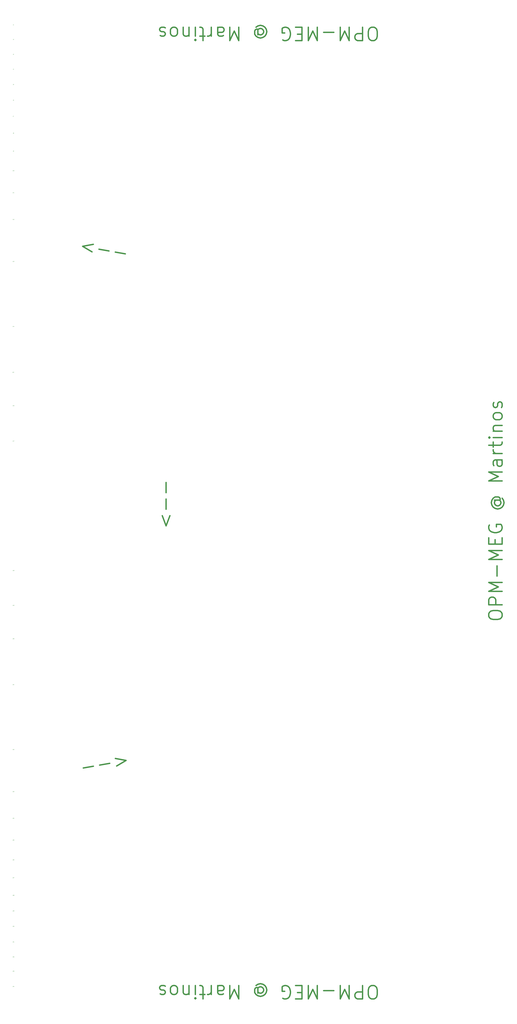
<source format=gbr>
%TF.GenerationSoftware,KiCad,Pcbnew,7.0.1-3b83917a11~172~ubuntu22.04.1*%
%TF.CreationDate,2023-12-10T16:36:06-05:00*%
%TF.ProjectId,coil_template_first,636f696c-5f74-4656-9d70-6c6174655f66,rev?*%
%TF.SameCoordinates,Original*%
%TF.FileFunction,Legend,Top*%
%TF.FilePolarity,Positive*%
%FSLAX46Y46*%
G04 Gerber Fmt 4.6, Leading zero omitted, Abs format (unit mm)*
G04 Created by KiCad (PCBNEW 7.0.1-3b83917a11~172~ubuntu22.04.1) date 2023-12-10 16:36:06*
%MOMM*%
%LPD*%
G01*
G04 APERTURE LIST*
%ADD10C,2.000000*%
%ADD11C,0.150000*%
G04 APERTURE END LIST*
D10*
X541428571Y-52447619D02*
X537619047Y-52447619D01*
X537619047Y-52447619D02*
X535714285Y-51495238D01*
X535714285Y-51495238D02*
X533809523Y-49590476D01*
X533809523Y-49590476D02*
X532857142Y-45780952D01*
X532857142Y-45780952D02*
X532857142Y-39114285D01*
X532857142Y-39114285D02*
X533809523Y-35304761D01*
X533809523Y-35304761D02*
X535714285Y-33400000D01*
X535714285Y-33400000D02*
X537619047Y-32447619D01*
X537619047Y-32447619D02*
X541428571Y-32447619D01*
X541428571Y-32447619D02*
X543333333Y-33400000D01*
X543333333Y-33400000D02*
X545238095Y-35304761D01*
X545238095Y-35304761D02*
X546190476Y-39114285D01*
X546190476Y-39114285D02*
X546190476Y-45780952D01*
X546190476Y-45780952D02*
X545238095Y-49590476D01*
X545238095Y-49590476D02*
X543333333Y-51495238D01*
X543333333Y-51495238D02*
X541428571Y-52447619D01*
X524285714Y-32447619D02*
X524285714Y-52447619D01*
X524285714Y-52447619D02*
X516666666Y-52447619D01*
X516666666Y-52447619D02*
X514761904Y-51495238D01*
X514761904Y-51495238D02*
X513809523Y-50542857D01*
X513809523Y-50542857D02*
X512857142Y-48638095D01*
X512857142Y-48638095D02*
X512857142Y-45780952D01*
X512857142Y-45780952D02*
X513809523Y-43876190D01*
X513809523Y-43876190D02*
X514761904Y-42923809D01*
X514761904Y-42923809D02*
X516666666Y-41971428D01*
X516666666Y-41971428D02*
X524285714Y-41971428D01*
X504285714Y-32447619D02*
X504285714Y-52447619D01*
X504285714Y-52447619D02*
X497619047Y-38161904D01*
X497619047Y-38161904D02*
X490952380Y-52447619D01*
X490952380Y-52447619D02*
X490952380Y-32447619D01*
X481428571Y-40066666D02*
X466190476Y-40066666D01*
X456666666Y-32447619D02*
X456666666Y-52447619D01*
X456666666Y-52447619D02*
X449999999Y-38161904D01*
X449999999Y-38161904D02*
X443333332Y-52447619D01*
X443333332Y-52447619D02*
X443333332Y-32447619D01*
X433809523Y-42923809D02*
X427142856Y-42923809D01*
X424285713Y-32447619D02*
X433809523Y-32447619D01*
X433809523Y-32447619D02*
X433809523Y-52447619D01*
X433809523Y-52447619D02*
X424285713Y-52447619D01*
X405238094Y-51495238D02*
X407142856Y-52447619D01*
X407142856Y-52447619D02*
X409999999Y-52447619D01*
X409999999Y-52447619D02*
X412857142Y-51495238D01*
X412857142Y-51495238D02*
X414761904Y-49590476D01*
X414761904Y-49590476D02*
X415714285Y-47685714D01*
X415714285Y-47685714D02*
X416666666Y-43876190D01*
X416666666Y-43876190D02*
X416666666Y-41019047D01*
X416666666Y-41019047D02*
X415714285Y-37209523D01*
X415714285Y-37209523D02*
X414761904Y-35304761D01*
X414761904Y-35304761D02*
X412857142Y-33400000D01*
X412857142Y-33400000D02*
X409999999Y-32447619D01*
X409999999Y-32447619D02*
X408095237Y-32447619D01*
X408095237Y-32447619D02*
X405238094Y-33400000D01*
X405238094Y-33400000D02*
X404285713Y-34352380D01*
X404285713Y-34352380D02*
X404285713Y-41019047D01*
X404285713Y-41019047D02*
X408095237Y-41019047D01*
X368095237Y-41971428D02*
X369047618Y-42923809D01*
X369047618Y-42923809D02*
X370952380Y-43876190D01*
X370952380Y-43876190D02*
X372857142Y-43876190D01*
X372857142Y-43876190D02*
X374761904Y-42923809D01*
X374761904Y-42923809D02*
X375714285Y-41971428D01*
X375714285Y-41971428D02*
X376666666Y-40066666D01*
X376666666Y-40066666D02*
X376666666Y-38161904D01*
X376666666Y-38161904D02*
X375714285Y-36257142D01*
X375714285Y-36257142D02*
X374761904Y-35304761D01*
X374761904Y-35304761D02*
X372857142Y-34352380D01*
X372857142Y-34352380D02*
X370952380Y-34352380D01*
X370952380Y-34352380D02*
X369047618Y-35304761D01*
X369047618Y-35304761D02*
X368095237Y-36257142D01*
X368095237Y-43876190D02*
X368095237Y-36257142D01*
X368095237Y-36257142D02*
X367142856Y-35304761D01*
X367142856Y-35304761D02*
X366190475Y-35304761D01*
X366190475Y-35304761D02*
X364285714Y-36257142D01*
X364285714Y-36257142D02*
X363333333Y-38161904D01*
X363333333Y-38161904D02*
X363333333Y-42923809D01*
X363333333Y-42923809D02*
X365238095Y-45780952D01*
X365238095Y-45780952D02*
X368095237Y-47685714D01*
X368095237Y-47685714D02*
X371904761Y-48638095D01*
X371904761Y-48638095D02*
X375714285Y-47685714D01*
X375714285Y-47685714D02*
X378571428Y-45780952D01*
X378571428Y-45780952D02*
X380476190Y-42923809D01*
X380476190Y-42923809D02*
X381428571Y-39114285D01*
X381428571Y-39114285D02*
X380476190Y-35304761D01*
X380476190Y-35304761D02*
X378571428Y-32447619D01*
X378571428Y-32447619D02*
X375714285Y-30542857D01*
X375714285Y-30542857D02*
X371904761Y-29590476D01*
X371904761Y-29590476D02*
X368095237Y-30542857D01*
X368095237Y-30542857D02*
X365238095Y-32447619D01*
X339523809Y-32447619D02*
X339523809Y-52447619D01*
X339523809Y-52447619D02*
X332857142Y-38161904D01*
X332857142Y-38161904D02*
X326190475Y-52447619D01*
X326190475Y-52447619D02*
X326190475Y-32447619D01*
X308095237Y-32447619D02*
X308095237Y-42923809D01*
X308095237Y-42923809D02*
X309047618Y-44828571D01*
X309047618Y-44828571D02*
X310952380Y-45780952D01*
X310952380Y-45780952D02*
X314761904Y-45780952D01*
X314761904Y-45780952D02*
X316666666Y-44828571D01*
X308095237Y-33400000D02*
X309999999Y-32447619D01*
X309999999Y-32447619D02*
X314761904Y-32447619D01*
X314761904Y-32447619D02*
X316666666Y-33400000D01*
X316666666Y-33400000D02*
X317619047Y-35304761D01*
X317619047Y-35304761D02*
X317619047Y-37209523D01*
X317619047Y-37209523D02*
X316666666Y-39114285D01*
X316666666Y-39114285D02*
X314761904Y-40066666D01*
X314761904Y-40066666D02*
X309999999Y-40066666D01*
X309999999Y-40066666D02*
X308095237Y-41019047D01*
X298571428Y-32447619D02*
X298571428Y-45780952D01*
X298571428Y-41971428D02*
X297619047Y-43876190D01*
X297619047Y-43876190D02*
X296666666Y-44828571D01*
X296666666Y-44828571D02*
X294761904Y-45780952D01*
X294761904Y-45780952D02*
X292857142Y-45780952D01*
X289047619Y-45780952D02*
X281428571Y-45780952D01*
X286190476Y-52447619D02*
X286190476Y-35304761D01*
X286190476Y-35304761D02*
X285238095Y-33400000D01*
X285238095Y-33400000D02*
X283333333Y-32447619D01*
X283333333Y-32447619D02*
X281428571Y-32447619D01*
X274761905Y-32447619D02*
X274761905Y-45780952D01*
X274761905Y-52447619D02*
X275714286Y-51495238D01*
X275714286Y-51495238D02*
X274761905Y-50542857D01*
X274761905Y-50542857D02*
X273809524Y-51495238D01*
X273809524Y-51495238D02*
X274761905Y-52447619D01*
X274761905Y-52447619D02*
X274761905Y-50542857D01*
X265238095Y-45780952D02*
X265238095Y-32447619D01*
X265238095Y-43876190D02*
X264285714Y-44828571D01*
X264285714Y-44828571D02*
X262380952Y-45780952D01*
X262380952Y-45780952D02*
X259523809Y-45780952D01*
X259523809Y-45780952D02*
X257619047Y-44828571D01*
X257619047Y-44828571D02*
X256666666Y-42923809D01*
X256666666Y-42923809D02*
X256666666Y-32447619D01*
X244285714Y-32447619D02*
X246190476Y-33400000D01*
X246190476Y-33400000D02*
X247142857Y-34352380D01*
X247142857Y-34352380D02*
X248095238Y-36257142D01*
X248095238Y-36257142D02*
X248095238Y-41971428D01*
X248095238Y-41971428D02*
X247142857Y-43876190D01*
X247142857Y-43876190D02*
X246190476Y-44828571D01*
X246190476Y-44828571D02*
X244285714Y-45780952D01*
X244285714Y-45780952D02*
X241428571Y-45780952D01*
X241428571Y-45780952D02*
X239523809Y-44828571D01*
X239523809Y-44828571D02*
X238571428Y-43876190D01*
X238571428Y-43876190D02*
X237619047Y-41971428D01*
X237619047Y-41971428D02*
X237619047Y-36257142D01*
X237619047Y-36257142D02*
X238571428Y-34352380D01*
X238571428Y-34352380D02*
X239523809Y-33400000D01*
X239523809Y-33400000D02*
X241428571Y-32447619D01*
X241428571Y-32447619D02*
X244285714Y-32447619D01*
X230000000Y-33400000D02*
X228095238Y-32447619D01*
X228095238Y-32447619D02*
X224285714Y-32447619D01*
X224285714Y-32447619D02*
X222380952Y-33400000D01*
X222380952Y-33400000D02*
X221428571Y-35304761D01*
X221428571Y-35304761D02*
X221428571Y-36257142D01*
X221428571Y-36257142D02*
X222380952Y-38161904D01*
X222380952Y-38161904D02*
X224285714Y-39114285D01*
X224285714Y-39114285D02*
X227142857Y-39114285D01*
X227142857Y-39114285D02*
X229047619Y-40066666D01*
X229047619Y-40066666D02*
X230000000Y-41971428D01*
X230000000Y-41971428D02*
X230000000Y-42923809D01*
X230000000Y-42923809D02*
X229047619Y-44828571D01*
X229047619Y-44828571D02*
X227142857Y-45780952D01*
X227142857Y-45780952D02*
X224285714Y-45780952D01*
X224285714Y-45780952D02*
X222380952Y-44828571D01*
X170305272Y-370642448D02*
X155298678Y-367996380D01*
X145919556Y-366342588D02*
X130912962Y-363696521D01*
X120541565Y-367670201D02*
X106527246Y-359396661D01*
X106527246Y-359396661D02*
X122526116Y-356415256D01*
X231094749Y-711742004D02*
X231094749Y-726980100D01*
X231094749Y-736503909D02*
X231094749Y-751742005D01*
X236809035Y-761265814D02*
X231094749Y-776503910D01*
X231094749Y-776503910D02*
X225380463Y-761265814D01*
X107562798Y-1137826087D02*
X122569392Y-1135180020D01*
X131948514Y-1133526227D02*
X146955108Y-1130880160D01*
X155341955Y-1123598895D02*
X171340824Y-1126580300D01*
X171340824Y-1126580300D02*
X157326505Y-1134853841D01*
X712552380Y-911428571D02*
X712552380Y-907619047D01*
X712552380Y-907619047D02*
X713504761Y-905714285D01*
X713504761Y-905714285D02*
X715409523Y-903809523D01*
X715409523Y-903809523D02*
X719219047Y-902857142D01*
X719219047Y-902857142D02*
X725885714Y-902857142D01*
X725885714Y-902857142D02*
X729695238Y-903809523D01*
X729695238Y-903809523D02*
X731600000Y-905714285D01*
X731600000Y-905714285D02*
X732552380Y-907619047D01*
X732552380Y-907619047D02*
X732552380Y-911428571D01*
X732552380Y-911428571D02*
X731600000Y-913333333D01*
X731600000Y-913333333D02*
X729695238Y-915238095D01*
X729695238Y-915238095D02*
X725885714Y-916190476D01*
X725885714Y-916190476D02*
X719219047Y-916190476D01*
X719219047Y-916190476D02*
X715409523Y-915238095D01*
X715409523Y-915238095D02*
X713504761Y-913333333D01*
X713504761Y-913333333D02*
X712552380Y-911428571D01*
X732552380Y-894285714D02*
X712552380Y-894285714D01*
X712552380Y-894285714D02*
X712552380Y-886666666D01*
X712552380Y-886666666D02*
X713504761Y-884761904D01*
X713504761Y-884761904D02*
X714457142Y-883809523D01*
X714457142Y-883809523D02*
X716361904Y-882857142D01*
X716361904Y-882857142D02*
X719219047Y-882857142D01*
X719219047Y-882857142D02*
X721123809Y-883809523D01*
X721123809Y-883809523D02*
X722076190Y-884761904D01*
X722076190Y-884761904D02*
X723028571Y-886666666D01*
X723028571Y-886666666D02*
X723028571Y-894285714D01*
X732552380Y-874285714D02*
X712552380Y-874285714D01*
X712552380Y-874285714D02*
X726838095Y-867619047D01*
X726838095Y-867619047D02*
X712552380Y-860952380D01*
X712552380Y-860952380D02*
X732552380Y-860952380D01*
X724933333Y-851428571D02*
X724933333Y-836190476D01*
X732552380Y-826666666D02*
X712552380Y-826666666D01*
X712552380Y-826666666D02*
X726838095Y-819999999D01*
X726838095Y-819999999D02*
X712552380Y-813333332D01*
X712552380Y-813333332D02*
X732552380Y-813333332D01*
X722076190Y-803809523D02*
X722076190Y-797142856D01*
X732552380Y-794285713D02*
X732552380Y-803809523D01*
X732552380Y-803809523D02*
X712552380Y-803809523D01*
X712552380Y-803809523D02*
X712552380Y-794285713D01*
X713504761Y-775238094D02*
X712552380Y-777142856D01*
X712552380Y-777142856D02*
X712552380Y-779999999D01*
X712552380Y-779999999D02*
X713504761Y-782857142D01*
X713504761Y-782857142D02*
X715409523Y-784761904D01*
X715409523Y-784761904D02*
X717314285Y-785714285D01*
X717314285Y-785714285D02*
X721123809Y-786666666D01*
X721123809Y-786666666D02*
X723980952Y-786666666D01*
X723980952Y-786666666D02*
X727790476Y-785714285D01*
X727790476Y-785714285D02*
X729695238Y-784761904D01*
X729695238Y-784761904D02*
X731600000Y-782857142D01*
X731600000Y-782857142D02*
X732552380Y-779999999D01*
X732552380Y-779999999D02*
X732552380Y-778095237D01*
X732552380Y-778095237D02*
X731600000Y-775238094D01*
X731600000Y-775238094D02*
X730647619Y-774285713D01*
X730647619Y-774285713D02*
X723980952Y-774285713D01*
X723980952Y-774285713D02*
X723980952Y-778095237D01*
X723028571Y-738095237D02*
X722076190Y-739047618D01*
X722076190Y-739047618D02*
X721123809Y-740952380D01*
X721123809Y-740952380D02*
X721123809Y-742857142D01*
X721123809Y-742857142D02*
X722076190Y-744761904D01*
X722076190Y-744761904D02*
X723028571Y-745714285D01*
X723028571Y-745714285D02*
X724933333Y-746666666D01*
X724933333Y-746666666D02*
X726838095Y-746666666D01*
X726838095Y-746666666D02*
X728742857Y-745714285D01*
X728742857Y-745714285D02*
X729695238Y-744761904D01*
X729695238Y-744761904D02*
X730647619Y-742857142D01*
X730647619Y-742857142D02*
X730647619Y-740952380D01*
X730647619Y-740952380D02*
X729695238Y-739047618D01*
X729695238Y-739047618D02*
X728742857Y-738095237D01*
X721123809Y-738095237D02*
X728742857Y-738095237D01*
X728742857Y-738095237D02*
X729695238Y-737142856D01*
X729695238Y-737142856D02*
X729695238Y-736190475D01*
X729695238Y-736190475D02*
X728742857Y-734285714D01*
X728742857Y-734285714D02*
X726838095Y-733333333D01*
X726838095Y-733333333D02*
X722076190Y-733333333D01*
X722076190Y-733333333D02*
X719219047Y-735238095D01*
X719219047Y-735238095D02*
X717314285Y-738095237D01*
X717314285Y-738095237D02*
X716361904Y-741904761D01*
X716361904Y-741904761D02*
X717314285Y-745714285D01*
X717314285Y-745714285D02*
X719219047Y-748571428D01*
X719219047Y-748571428D02*
X722076190Y-750476190D01*
X722076190Y-750476190D02*
X725885714Y-751428571D01*
X725885714Y-751428571D02*
X729695238Y-750476190D01*
X729695238Y-750476190D02*
X732552380Y-748571428D01*
X732552380Y-748571428D02*
X734457142Y-745714285D01*
X734457142Y-745714285D02*
X735409523Y-741904761D01*
X735409523Y-741904761D02*
X734457142Y-738095237D01*
X734457142Y-738095237D02*
X732552380Y-735238095D01*
X732552380Y-709523809D02*
X712552380Y-709523809D01*
X712552380Y-709523809D02*
X726838095Y-702857142D01*
X726838095Y-702857142D02*
X712552380Y-696190475D01*
X712552380Y-696190475D02*
X732552380Y-696190475D01*
X732552380Y-678095237D02*
X722076190Y-678095237D01*
X722076190Y-678095237D02*
X720171428Y-679047618D01*
X720171428Y-679047618D02*
X719219047Y-680952380D01*
X719219047Y-680952380D02*
X719219047Y-684761904D01*
X719219047Y-684761904D02*
X720171428Y-686666666D01*
X731600000Y-678095237D02*
X732552380Y-679999999D01*
X732552380Y-679999999D02*
X732552380Y-684761904D01*
X732552380Y-684761904D02*
X731600000Y-686666666D01*
X731600000Y-686666666D02*
X729695238Y-687619047D01*
X729695238Y-687619047D02*
X727790476Y-687619047D01*
X727790476Y-687619047D02*
X725885714Y-686666666D01*
X725885714Y-686666666D02*
X724933333Y-684761904D01*
X724933333Y-684761904D02*
X724933333Y-679999999D01*
X724933333Y-679999999D02*
X723980952Y-678095237D01*
X732552380Y-668571428D02*
X719219047Y-668571428D01*
X723028571Y-668571428D02*
X721123809Y-667619047D01*
X721123809Y-667619047D02*
X720171428Y-666666666D01*
X720171428Y-666666666D02*
X719219047Y-664761904D01*
X719219047Y-664761904D02*
X719219047Y-662857142D01*
X719219047Y-659047619D02*
X719219047Y-651428571D01*
X712552380Y-656190476D02*
X729695238Y-656190476D01*
X729695238Y-656190476D02*
X731600000Y-655238095D01*
X731600000Y-655238095D02*
X732552380Y-653333333D01*
X732552380Y-653333333D02*
X732552380Y-651428571D01*
X732552380Y-644761905D02*
X719219047Y-644761905D01*
X712552380Y-644761905D02*
X713504761Y-645714286D01*
X713504761Y-645714286D02*
X714457142Y-644761905D01*
X714457142Y-644761905D02*
X713504761Y-643809524D01*
X713504761Y-643809524D02*
X712552380Y-644761905D01*
X712552380Y-644761905D02*
X714457142Y-644761905D01*
X719219047Y-635238095D02*
X732552380Y-635238095D01*
X721123809Y-635238095D02*
X720171428Y-634285714D01*
X720171428Y-634285714D02*
X719219047Y-632380952D01*
X719219047Y-632380952D02*
X719219047Y-629523809D01*
X719219047Y-629523809D02*
X720171428Y-627619047D01*
X720171428Y-627619047D02*
X722076190Y-626666666D01*
X722076190Y-626666666D02*
X732552380Y-626666666D01*
X732552380Y-614285714D02*
X731600000Y-616190476D01*
X731600000Y-616190476D02*
X730647619Y-617142857D01*
X730647619Y-617142857D02*
X728742857Y-618095238D01*
X728742857Y-618095238D02*
X723028571Y-618095238D01*
X723028571Y-618095238D02*
X721123809Y-617142857D01*
X721123809Y-617142857D02*
X720171428Y-616190476D01*
X720171428Y-616190476D02*
X719219047Y-614285714D01*
X719219047Y-614285714D02*
X719219047Y-611428571D01*
X719219047Y-611428571D02*
X720171428Y-609523809D01*
X720171428Y-609523809D02*
X721123809Y-608571428D01*
X721123809Y-608571428D02*
X723028571Y-607619047D01*
X723028571Y-607619047D02*
X728742857Y-607619047D01*
X728742857Y-607619047D02*
X730647619Y-608571428D01*
X730647619Y-608571428D02*
X731600000Y-609523809D01*
X731600000Y-609523809D02*
X732552380Y-611428571D01*
X732552380Y-611428571D02*
X732552380Y-614285714D01*
X731600000Y-600000000D02*
X732552380Y-598095238D01*
X732552380Y-598095238D02*
X732552380Y-594285714D01*
X732552380Y-594285714D02*
X731600000Y-592380952D01*
X731600000Y-592380952D02*
X729695238Y-591428571D01*
X729695238Y-591428571D02*
X728742857Y-591428571D01*
X728742857Y-591428571D02*
X726838095Y-592380952D01*
X726838095Y-592380952D02*
X725885714Y-594285714D01*
X725885714Y-594285714D02*
X725885714Y-597142857D01*
X725885714Y-597142857D02*
X724933333Y-599047619D01*
X724933333Y-599047619D02*
X723028571Y-600000000D01*
X723028571Y-600000000D02*
X722076190Y-600000000D01*
X722076190Y-600000000D02*
X720171428Y-599047619D01*
X720171428Y-599047619D02*
X719219047Y-597142857D01*
X719219047Y-597142857D02*
X719219047Y-594285714D01*
X719219047Y-594285714D02*
X720171428Y-592380952D01*
X541428571Y-1482447619D02*
X537619047Y-1482447619D01*
X537619047Y-1482447619D02*
X535714285Y-1481495238D01*
X535714285Y-1481495238D02*
X533809523Y-1479590476D01*
X533809523Y-1479590476D02*
X532857142Y-1475780952D01*
X532857142Y-1475780952D02*
X532857142Y-1469114285D01*
X532857142Y-1469114285D02*
X533809523Y-1465304761D01*
X533809523Y-1465304761D02*
X535714285Y-1463400000D01*
X535714285Y-1463400000D02*
X537619047Y-1462447619D01*
X537619047Y-1462447619D02*
X541428571Y-1462447619D01*
X541428571Y-1462447619D02*
X543333333Y-1463400000D01*
X543333333Y-1463400000D02*
X545238095Y-1465304761D01*
X545238095Y-1465304761D02*
X546190476Y-1469114285D01*
X546190476Y-1469114285D02*
X546190476Y-1475780952D01*
X546190476Y-1475780952D02*
X545238095Y-1479590476D01*
X545238095Y-1479590476D02*
X543333333Y-1481495238D01*
X543333333Y-1481495238D02*
X541428571Y-1482447619D01*
X524285714Y-1462447619D02*
X524285714Y-1482447619D01*
X524285714Y-1482447619D02*
X516666666Y-1482447619D01*
X516666666Y-1482447619D02*
X514761904Y-1481495238D01*
X514761904Y-1481495238D02*
X513809523Y-1480542857D01*
X513809523Y-1480542857D02*
X512857142Y-1478638095D01*
X512857142Y-1478638095D02*
X512857142Y-1475780952D01*
X512857142Y-1475780952D02*
X513809523Y-1473876190D01*
X513809523Y-1473876190D02*
X514761904Y-1472923809D01*
X514761904Y-1472923809D02*
X516666666Y-1471971428D01*
X516666666Y-1471971428D02*
X524285714Y-1471971428D01*
X504285714Y-1462447619D02*
X504285714Y-1482447619D01*
X504285714Y-1482447619D02*
X497619047Y-1468161904D01*
X497619047Y-1468161904D02*
X490952380Y-1482447619D01*
X490952380Y-1482447619D02*
X490952380Y-1462447619D01*
X481428571Y-1470066666D02*
X466190476Y-1470066666D01*
X456666666Y-1462447619D02*
X456666666Y-1482447619D01*
X456666666Y-1482447619D02*
X449999999Y-1468161904D01*
X449999999Y-1468161904D02*
X443333332Y-1482447619D01*
X443333332Y-1482447619D02*
X443333332Y-1462447619D01*
X433809523Y-1472923809D02*
X427142856Y-1472923809D01*
X424285713Y-1462447619D02*
X433809523Y-1462447619D01*
X433809523Y-1462447619D02*
X433809523Y-1482447619D01*
X433809523Y-1482447619D02*
X424285713Y-1482447619D01*
X405238094Y-1481495238D02*
X407142856Y-1482447619D01*
X407142856Y-1482447619D02*
X409999999Y-1482447619D01*
X409999999Y-1482447619D02*
X412857142Y-1481495238D01*
X412857142Y-1481495238D02*
X414761904Y-1479590476D01*
X414761904Y-1479590476D02*
X415714285Y-1477685714D01*
X415714285Y-1477685714D02*
X416666666Y-1473876190D01*
X416666666Y-1473876190D02*
X416666666Y-1471019047D01*
X416666666Y-1471019047D02*
X415714285Y-1467209523D01*
X415714285Y-1467209523D02*
X414761904Y-1465304761D01*
X414761904Y-1465304761D02*
X412857142Y-1463400000D01*
X412857142Y-1463400000D02*
X409999999Y-1462447619D01*
X409999999Y-1462447619D02*
X408095237Y-1462447619D01*
X408095237Y-1462447619D02*
X405238094Y-1463400000D01*
X405238094Y-1463400000D02*
X404285713Y-1464352380D01*
X404285713Y-1464352380D02*
X404285713Y-1471019047D01*
X404285713Y-1471019047D02*
X408095237Y-1471019047D01*
X368095237Y-1471971428D02*
X369047618Y-1472923809D01*
X369047618Y-1472923809D02*
X370952380Y-1473876190D01*
X370952380Y-1473876190D02*
X372857142Y-1473876190D01*
X372857142Y-1473876190D02*
X374761904Y-1472923809D01*
X374761904Y-1472923809D02*
X375714285Y-1471971428D01*
X375714285Y-1471971428D02*
X376666666Y-1470066666D01*
X376666666Y-1470066666D02*
X376666666Y-1468161904D01*
X376666666Y-1468161904D02*
X375714285Y-1466257142D01*
X375714285Y-1466257142D02*
X374761904Y-1465304761D01*
X374761904Y-1465304761D02*
X372857142Y-1464352380D01*
X372857142Y-1464352380D02*
X370952380Y-1464352380D01*
X370952380Y-1464352380D02*
X369047618Y-1465304761D01*
X369047618Y-1465304761D02*
X368095237Y-1466257142D01*
X368095237Y-1473876190D02*
X368095237Y-1466257142D01*
X368095237Y-1466257142D02*
X367142856Y-1465304761D01*
X367142856Y-1465304761D02*
X366190475Y-1465304761D01*
X366190475Y-1465304761D02*
X364285714Y-1466257142D01*
X364285714Y-1466257142D02*
X363333333Y-1468161904D01*
X363333333Y-1468161904D02*
X363333333Y-1472923809D01*
X363333333Y-1472923809D02*
X365238095Y-1475780952D01*
X365238095Y-1475780952D02*
X368095237Y-1477685714D01*
X368095237Y-1477685714D02*
X371904761Y-1478638095D01*
X371904761Y-1478638095D02*
X375714285Y-1477685714D01*
X375714285Y-1477685714D02*
X378571428Y-1475780952D01*
X378571428Y-1475780952D02*
X380476190Y-1472923809D01*
X380476190Y-1472923809D02*
X381428571Y-1469114285D01*
X381428571Y-1469114285D02*
X380476190Y-1465304761D01*
X380476190Y-1465304761D02*
X378571428Y-1462447619D01*
X378571428Y-1462447619D02*
X375714285Y-1460542857D01*
X375714285Y-1460542857D02*
X371904761Y-1459590476D01*
X371904761Y-1459590476D02*
X368095237Y-1460542857D01*
X368095237Y-1460542857D02*
X365238095Y-1462447619D01*
X339523809Y-1462447619D02*
X339523809Y-1482447619D01*
X339523809Y-1482447619D02*
X332857142Y-1468161904D01*
X332857142Y-1468161904D02*
X326190475Y-1482447619D01*
X326190475Y-1482447619D02*
X326190475Y-1462447619D01*
X308095237Y-1462447619D02*
X308095237Y-1472923809D01*
X308095237Y-1472923809D02*
X309047618Y-1474828571D01*
X309047618Y-1474828571D02*
X310952380Y-1475780952D01*
X310952380Y-1475780952D02*
X314761904Y-1475780952D01*
X314761904Y-1475780952D02*
X316666666Y-1474828571D01*
X308095237Y-1463400000D02*
X309999999Y-1462447619D01*
X309999999Y-1462447619D02*
X314761904Y-1462447619D01*
X314761904Y-1462447619D02*
X316666666Y-1463400000D01*
X316666666Y-1463400000D02*
X317619047Y-1465304761D01*
X317619047Y-1465304761D02*
X317619047Y-1467209523D01*
X317619047Y-1467209523D02*
X316666666Y-1469114285D01*
X316666666Y-1469114285D02*
X314761904Y-1470066666D01*
X314761904Y-1470066666D02*
X309999999Y-1470066666D01*
X309999999Y-1470066666D02*
X308095237Y-1471019047D01*
X298571428Y-1462447619D02*
X298571428Y-1475780952D01*
X298571428Y-1471971428D02*
X297619047Y-1473876190D01*
X297619047Y-1473876190D02*
X296666666Y-1474828571D01*
X296666666Y-1474828571D02*
X294761904Y-1475780952D01*
X294761904Y-1475780952D02*
X292857142Y-1475780952D01*
X289047619Y-1475780952D02*
X281428571Y-1475780952D01*
X286190476Y-1482447619D02*
X286190476Y-1465304761D01*
X286190476Y-1465304761D02*
X285238095Y-1463400000D01*
X285238095Y-1463400000D02*
X283333333Y-1462447619D01*
X283333333Y-1462447619D02*
X281428571Y-1462447619D01*
X274761905Y-1462447619D02*
X274761905Y-1475780952D01*
X274761905Y-1482447619D02*
X275714286Y-1481495238D01*
X275714286Y-1481495238D02*
X274761905Y-1480542857D01*
X274761905Y-1480542857D02*
X273809524Y-1481495238D01*
X273809524Y-1481495238D02*
X274761905Y-1482447619D01*
X274761905Y-1482447619D02*
X274761905Y-1480542857D01*
X265238095Y-1475780952D02*
X265238095Y-1462447619D01*
X265238095Y-1473876190D02*
X264285714Y-1474828571D01*
X264285714Y-1474828571D02*
X262380952Y-1475780952D01*
X262380952Y-1475780952D02*
X259523809Y-1475780952D01*
X259523809Y-1475780952D02*
X257619047Y-1474828571D01*
X257619047Y-1474828571D02*
X256666666Y-1472923809D01*
X256666666Y-1472923809D02*
X256666666Y-1462447619D01*
X244285714Y-1462447619D02*
X246190476Y-1463400000D01*
X246190476Y-1463400000D02*
X247142857Y-1464352380D01*
X247142857Y-1464352380D02*
X248095238Y-1466257142D01*
X248095238Y-1466257142D02*
X248095238Y-1471971428D01*
X248095238Y-1471971428D02*
X247142857Y-1473876190D01*
X247142857Y-1473876190D02*
X246190476Y-1474828571D01*
X246190476Y-1474828571D02*
X244285714Y-1475780952D01*
X244285714Y-1475780952D02*
X241428571Y-1475780952D01*
X241428571Y-1475780952D02*
X239523809Y-1474828571D01*
X239523809Y-1474828571D02*
X238571428Y-1473876190D01*
X238571428Y-1473876190D02*
X237619047Y-1471971428D01*
X237619047Y-1471971428D02*
X237619047Y-1466257142D01*
X237619047Y-1466257142D02*
X238571428Y-1464352380D01*
X238571428Y-1464352380D02*
X239523809Y-1463400000D01*
X239523809Y-1463400000D02*
X241428571Y-1462447619D01*
X241428571Y-1462447619D02*
X244285714Y-1462447619D01*
X230000000Y-1463400000D02*
X228095238Y-1462447619D01*
X228095238Y-1462447619D02*
X224285714Y-1462447619D01*
X224285714Y-1462447619D02*
X222380952Y-1463400000D01*
X222380952Y-1463400000D02*
X221428571Y-1465304761D01*
X221428571Y-1465304761D02*
X221428571Y-1466257142D01*
X221428571Y-1466257142D02*
X222380952Y-1468161904D01*
X222380952Y-1468161904D02*
X224285714Y-1469114285D01*
X224285714Y-1469114285D02*
X227142857Y-1469114285D01*
X227142857Y-1469114285D02*
X229047619Y-1470066666D01*
X229047619Y-1470066666D02*
X230000000Y-1471971428D01*
X230000000Y-1471971428D02*
X230000000Y-1472923809D01*
X230000000Y-1472923809D02*
X229047619Y-1474828571D01*
X229047619Y-1474828571D02*
X227142857Y-1475780952D01*
X227142857Y-1475780952D02*
X224285714Y-1475780952D01*
X224285714Y-1475780952D02*
X222380952Y-1474828571D01*
D11*
%TO.C,J22*%
X2440476Y-1109745804D02*
X2440476Y-1110460089D01*
X2440476Y-1110460089D02*
X2392857Y-1110602946D01*
X2392857Y-1110602946D02*
X2297619Y-1110698185D01*
X2297619Y-1110698185D02*
X2154762Y-1110745804D01*
X2154762Y-1110745804D02*
X2059524Y-1110745804D01*
X2869048Y-1109841042D02*
X2916667Y-1109793423D01*
X2916667Y-1109793423D02*
X3011905Y-1109745804D01*
X3011905Y-1109745804D02*
X3250000Y-1109745804D01*
X3250000Y-1109745804D02*
X3345238Y-1109793423D01*
X3345238Y-1109793423D02*
X3392857Y-1109841042D01*
X3392857Y-1109841042D02*
X3440476Y-1109936280D01*
X3440476Y-1109936280D02*
X3440476Y-1110031518D01*
X3440476Y-1110031518D02*
X3392857Y-1110174375D01*
X3392857Y-1110174375D02*
X2821429Y-1110745804D01*
X2821429Y-1110745804D02*
X3440476Y-1110745804D01*
X3821429Y-1109841042D02*
X3869048Y-1109793423D01*
X3869048Y-1109793423D02*
X3964286Y-1109745804D01*
X3964286Y-1109745804D02*
X4202381Y-1109745804D01*
X4202381Y-1109745804D02*
X4297619Y-1109793423D01*
X4297619Y-1109793423D02*
X4345238Y-1109841042D01*
X4345238Y-1109841042D02*
X4392857Y-1109936280D01*
X4392857Y-1109936280D02*
X4392857Y-1110031518D01*
X4392857Y-1110031518D02*
X4345238Y-1110174375D01*
X4345238Y-1110174375D02*
X3773810Y-1110745804D01*
X3773810Y-1110745804D02*
X4392857Y-1110745804D01*
%TO.C,J34*%
X2440476Y-1463324815D02*
X2440476Y-1464039100D01*
X2440476Y-1464039100D02*
X2392857Y-1464181957D01*
X2392857Y-1464181957D02*
X2297619Y-1464277196D01*
X2297619Y-1464277196D02*
X2154762Y-1464324815D01*
X2154762Y-1464324815D02*
X2059524Y-1464324815D01*
X2821429Y-1463324815D02*
X3440476Y-1463324815D01*
X3440476Y-1463324815D02*
X3107143Y-1463705767D01*
X3107143Y-1463705767D02*
X3250000Y-1463705767D01*
X3250000Y-1463705767D02*
X3345238Y-1463753386D01*
X3345238Y-1463753386D02*
X3392857Y-1463801005D01*
X3392857Y-1463801005D02*
X3440476Y-1463896243D01*
X3440476Y-1463896243D02*
X3440476Y-1464134338D01*
X3440476Y-1464134338D02*
X3392857Y-1464229576D01*
X3392857Y-1464229576D02*
X3345238Y-1464277196D01*
X3345238Y-1464277196D02*
X3250000Y-1464324815D01*
X3250000Y-1464324815D02*
X2964286Y-1464324815D01*
X2964286Y-1464324815D02*
X2869048Y-1464277196D01*
X2869048Y-1464277196D02*
X2821429Y-1464229576D01*
X4297619Y-1463658148D02*
X4297619Y-1464324815D01*
X4059524Y-1463277196D02*
X3821429Y-1463991481D01*
X3821429Y-1463991481D02*
X4440476Y-1463991481D01*
%TO.C,J11*%
X2440476Y-278841042D02*
X2440476Y-279555327D01*
X2440476Y-279555327D02*
X2392857Y-279698184D01*
X2392857Y-279698184D02*
X2297619Y-279793423D01*
X2297619Y-279793423D02*
X2154762Y-279841042D01*
X2154762Y-279841042D02*
X2059524Y-279841042D01*
X3440476Y-279841042D02*
X2869048Y-279841042D01*
X3154762Y-279841042D02*
X3154762Y-278841042D01*
X3154762Y-278841042D02*
X3059524Y-278983899D01*
X3059524Y-278983899D02*
X2964286Y-279079137D01*
X2964286Y-279079137D02*
X2869048Y-279126756D01*
X4392857Y-279841042D02*
X3821429Y-279841042D01*
X4107143Y-279841042D02*
X4107143Y-278841042D01*
X4107143Y-278841042D02*
X4011905Y-278983899D01*
X4011905Y-278983899D02*
X3916667Y-279079137D01*
X3916667Y-279079137D02*
X3821429Y-279126756D01*
%TO.C,J1*%
X2916666Y-28325652D02*
X2916666Y-29039937D01*
X2916666Y-29039937D02*
X2869047Y-29182794D01*
X2869047Y-29182794D02*
X2773809Y-29278033D01*
X2773809Y-29278033D02*
X2630952Y-29325652D01*
X2630952Y-29325652D02*
X2535714Y-29325652D01*
X3916666Y-29325652D02*
X3345238Y-29325652D01*
X3630952Y-29325652D02*
X3630952Y-28325652D01*
X3630952Y-28325652D02*
X3535714Y-28468509D01*
X3535714Y-28468509D02*
X3440476Y-28563747D01*
X3440476Y-28563747D02*
X3345238Y-28611366D01*
%TO.C,J31*%
X2440476Y-1396861193D02*
X2440476Y-1397575478D01*
X2440476Y-1397575478D02*
X2392857Y-1397718335D01*
X2392857Y-1397718335D02*
X2297619Y-1397813574D01*
X2297619Y-1397813574D02*
X2154762Y-1397861193D01*
X2154762Y-1397861193D02*
X2059524Y-1397861193D01*
X2821429Y-1396861193D02*
X3440476Y-1396861193D01*
X3440476Y-1396861193D02*
X3107143Y-1397242145D01*
X3107143Y-1397242145D02*
X3250000Y-1397242145D01*
X3250000Y-1397242145D02*
X3345238Y-1397289764D01*
X3345238Y-1397289764D02*
X3392857Y-1397337383D01*
X3392857Y-1397337383D02*
X3440476Y-1397432621D01*
X3440476Y-1397432621D02*
X3440476Y-1397670716D01*
X3440476Y-1397670716D02*
X3392857Y-1397765954D01*
X3392857Y-1397765954D02*
X3345238Y-1397813574D01*
X3345238Y-1397813574D02*
X3250000Y-1397861193D01*
X3250000Y-1397861193D02*
X2964286Y-1397861193D01*
X2964286Y-1397861193D02*
X2869048Y-1397813574D01*
X2869048Y-1397813574D02*
X2821429Y-1397765954D01*
X4392857Y-1397861193D02*
X3821429Y-1397861193D01*
X4107143Y-1397861193D02*
X4107143Y-1396861193D01*
X4107143Y-1396861193D02*
X4011905Y-1397004050D01*
X4011905Y-1397004050D02*
X3916667Y-1397099288D01*
X3916667Y-1397099288D02*
X3821429Y-1397146907D01*
%TO.C,J7*%
X2660737Y-164896666D02*
X2660737Y-165610951D01*
X2660737Y-165610951D02*
X2613118Y-165753808D01*
X2613118Y-165753808D02*
X2517880Y-165849047D01*
X2517880Y-165849047D02*
X2375023Y-165896666D01*
X2375023Y-165896666D02*
X2279785Y-165896666D01*
X3041690Y-164896666D02*
X3708356Y-164896666D01*
X3708356Y-164896666D02*
X3279785Y-165896666D01*
%TO.C,J23*%
X2440476Y-1172531058D02*
X2440476Y-1173245343D01*
X2440476Y-1173245343D02*
X2392857Y-1173388200D01*
X2392857Y-1173388200D02*
X2297619Y-1173483439D01*
X2297619Y-1173483439D02*
X2154762Y-1173531058D01*
X2154762Y-1173531058D02*
X2059524Y-1173531058D01*
X2869048Y-1172626296D02*
X2916667Y-1172578677D01*
X2916667Y-1172578677D02*
X3011905Y-1172531058D01*
X3011905Y-1172531058D02*
X3250000Y-1172531058D01*
X3250000Y-1172531058D02*
X3345238Y-1172578677D01*
X3345238Y-1172578677D02*
X3392857Y-1172626296D01*
X3392857Y-1172626296D02*
X3440476Y-1172721534D01*
X3440476Y-1172721534D02*
X3440476Y-1172816772D01*
X3440476Y-1172816772D02*
X3392857Y-1172959629D01*
X3392857Y-1172959629D02*
X2821429Y-1173531058D01*
X2821429Y-1173531058D02*
X3440476Y-1173531058D01*
X3773810Y-1172531058D02*
X4392857Y-1172531058D01*
X4392857Y-1172531058D02*
X4059524Y-1172912010D01*
X4059524Y-1172912010D02*
X4202381Y-1172912010D01*
X4202381Y-1172912010D02*
X4297619Y-1172959629D01*
X4297619Y-1172959629D02*
X4345238Y-1173007248D01*
X4345238Y-1173007248D02*
X4392857Y-1173102486D01*
X4392857Y-1173102486D02*
X4392857Y-1173340581D01*
X4392857Y-1173340581D02*
X4345238Y-1173435819D01*
X4345238Y-1173435819D02*
X4297619Y-1173483439D01*
X4297619Y-1173483439D02*
X4202381Y-1173531058D01*
X4202381Y-1173531058D02*
X3916667Y-1173531058D01*
X3916667Y-1173531058D02*
X3821429Y-1173483439D01*
X3821429Y-1173483439D02*
X3773810Y-1173435819D01*
%TO.C,J29*%
X2440476Y-1350579226D02*
X2440476Y-1351293511D01*
X2440476Y-1351293511D02*
X2392857Y-1351436368D01*
X2392857Y-1351436368D02*
X2297619Y-1351531607D01*
X2297619Y-1351531607D02*
X2154762Y-1351579226D01*
X2154762Y-1351579226D02*
X2059524Y-1351579226D01*
X2869048Y-1350674464D02*
X2916667Y-1350626845D01*
X2916667Y-1350626845D02*
X3011905Y-1350579226D01*
X3011905Y-1350579226D02*
X3250000Y-1350579226D01*
X3250000Y-1350579226D02*
X3345238Y-1350626845D01*
X3345238Y-1350626845D02*
X3392857Y-1350674464D01*
X3392857Y-1350674464D02*
X3440476Y-1350769702D01*
X3440476Y-1350769702D02*
X3440476Y-1350864940D01*
X3440476Y-1350864940D02*
X3392857Y-1351007797D01*
X3392857Y-1351007797D02*
X2821429Y-1351579226D01*
X2821429Y-1351579226D02*
X3440476Y-1351579226D01*
X3916667Y-1351579226D02*
X4107143Y-1351579226D01*
X4107143Y-1351579226D02*
X4202381Y-1351531607D01*
X4202381Y-1351531607D02*
X4250000Y-1351483987D01*
X4250000Y-1351483987D02*
X4345238Y-1351341130D01*
X4345238Y-1351341130D02*
X4392857Y-1351150654D01*
X4392857Y-1351150654D02*
X4392857Y-1350769702D01*
X4392857Y-1350769702D02*
X4345238Y-1350674464D01*
X4345238Y-1350674464D02*
X4297619Y-1350626845D01*
X4297619Y-1350626845D02*
X4202381Y-1350579226D01*
X4202381Y-1350579226D02*
X4011905Y-1350579226D01*
X4011905Y-1350579226D02*
X3916667Y-1350626845D01*
X3916667Y-1350626845D02*
X3869048Y-1350674464D01*
X3869048Y-1350674464D02*
X3821429Y-1350769702D01*
X3821429Y-1350769702D02*
X3821429Y-1351007797D01*
X3821429Y-1351007797D02*
X3869048Y-1351103035D01*
X3869048Y-1351103035D02*
X3916667Y-1351150654D01*
X3916667Y-1351150654D02*
X4011905Y-1351198273D01*
X4011905Y-1351198273D02*
X4202381Y-1351198273D01*
X4202381Y-1351198273D02*
X4297619Y-1351150654D01*
X4297619Y-1351150654D02*
X4345238Y-1351103035D01*
X4345238Y-1351103035D02*
X4392857Y-1351007797D01*
%TO.C,J28*%
X2440476Y-1327292701D02*
X2440476Y-1328006986D01*
X2440476Y-1328006986D02*
X2392857Y-1328149843D01*
X2392857Y-1328149843D02*
X2297619Y-1328245082D01*
X2297619Y-1328245082D02*
X2154762Y-1328292701D01*
X2154762Y-1328292701D02*
X2059524Y-1328292701D01*
X2869048Y-1327387939D02*
X2916667Y-1327340320D01*
X2916667Y-1327340320D02*
X3011905Y-1327292701D01*
X3011905Y-1327292701D02*
X3250000Y-1327292701D01*
X3250000Y-1327292701D02*
X3345238Y-1327340320D01*
X3345238Y-1327340320D02*
X3392857Y-1327387939D01*
X3392857Y-1327387939D02*
X3440476Y-1327483177D01*
X3440476Y-1327483177D02*
X3440476Y-1327578415D01*
X3440476Y-1327578415D02*
X3392857Y-1327721272D01*
X3392857Y-1327721272D02*
X2821429Y-1328292701D01*
X2821429Y-1328292701D02*
X3440476Y-1328292701D01*
X4011905Y-1327721272D02*
X3916667Y-1327673653D01*
X3916667Y-1327673653D02*
X3869048Y-1327626034D01*
X3869048Y-1327626034D02*
X3821429Y-1327530796D01*
X3821429Y-1327530796D02*
X3821429Y-1327483177D01*
X3821429Y-1327483177D02*
X3869048Y-1327387939D01*
X3869048Y-1327387939D02*
X3916667Y-1327340320D01*
X3916667Y-1327340320D02*
X4011905Y-1327292701D01*
X4011905Y-1327292701D02*
X4202381Y-1327292701D01*
X4202381Y-1327292701D02*
X4297619Y-1327340320D01*
X4297619Y-1327340320D02*
X4345238Y-1327387939D01*
X4345238Y-1327387939D02*
X4392857Y-1327483177D01*
X4392857Y-1327483177D02*
X4392857Y-1327530796D01*
X4392857Y-1327530796D02*
X4345238Y-1327626034D01*
X4345238Y-1327626034D02*
X4297619Y-1327673653D01*
X4297619Y-1327673653D02*
X4202381Y-1327721272D01*
X4202381Y-1327721272D02*
X4011905Y-1327721272D01*
X4011905Y-1327721272D02*
X3916667Y-1327768891D01*
X3916667Y-1327768891D02*
X3869048Y-1327816510D01*
X3869048Y-1327816510D02*
X3821429Y-1327911748D01*
X3821429Y-1327911748D02*
X3821429Y-1328102224D01*
X3821429Y-1328102224D02*
X3869048Y-1328197462D01*
X3869048Y-1328197462D02*
X3916667Y-1328245082D01*
X3916667Y-1328245082D02*
X4011905Y-1328292701D01*
X4011905Y-1328292701D02*
X4202381Y-1328292701D01*
X4202381Y-1328292701D02*
X4297619Y-1328245082D01*
X4297619Y-1328245082D02*
X4345238Y-1328197462D01*
X4345238Y-1328197462D02*
X4392857Y-1328102224D01*
X4392857Y-1328102224D02*
X4392857Y-1327911748D01*
X4392857Y-1327911748D02*
X4345238Y-1327816510D01*
X4345238Y-1327816510D02*
X4297619Y-1327768891D01*
X4297619Y-1327768891D02*
X4202381Y-1327721272D01*
%TO.C,J14*%
X2440476Y-478461274D02*
X2440476Y-479175559D01*
X2440476Y-479175559D02*
X2392857Y-479318416D01*
X2392857Y-479318416D02*
X2297619Y-479413655D01*
X2297619Y-479413655D02*
X2154762Y-479461274D01*
X2154762Y-479461274D02*
X2059524Y-479461274D01*
X3440476Y-479461274D02*
X2869048Y-479461274D01*
X3154762Y-479461274D02*
X3154762Y-478461274D01*
X3154762Y-478461274D02*
X3059524Y-478604131D01*
X3059524Y-478604131D02*
X2964286Y-478699369D01*
X2964286Y-478699369D02*
X2869048Y-478746988D01*
X4297619Y-478794607D02*
X4297619Y-479461274D01*
X4059524Y-478413655D02*
X3821429Y-479127940D01*
X3821429Y-479127940D02*
X4440476Y-479127940D01*
%TO.C,J17*%
X2440476Y-649453052D02*
X2440476Y-650167337D01*
X2440476Y-650167337D02*
X2392857Y-650310194D01*
X2392857Y-650310194D02*
X2297619Y-650405433D01*
X2297619Y-650405433D02*
X2154762Y-650453052D01*
X2154762Y-650453052D02*
X2059524Y-650453052D01*
X3440476Y-650453052D02*
X2869048Y-650453052D01*
X3154762Y-650453052D02*
X3154762Y-649453052D01*
X3154762Y-649453052D02*
X3059524Y-649595909D01*
X3059524Y-649595909D02*
X2964286Y-649691147D01*
X2964286Y-649691147D02*
X2869048Y-649738766D01*
X3773810Y-649453052D02*
X4440476Y-649453052D01*
X4440476Y-649453052D02*
X4011905Y-650453052D01*
%TO.C,J20*%
X2440476Y-944442575D02*
X2440476Y-945156860D01*
X2440476Y-945156860D02*
X2392857Y-945299717D01*
X2392857Y-945299717D02*
X2297619Y-945394956D01*
X2297619Y-945394956D02*
X2154762Y-945442575D01*
X2154762Y-945442575D02*
X2059524Y-945442575D01*
X2869048Y-944537813D02*
X2916667Y-944490194D01*
X2916667Y-944490194D02*
X3011905Y-944442575D01*
X3011905Y-944442575D02*
X3250000Y-944442575D01*
X3250000Y-944442575D02*
X3345238Y-944490194D01*
X3345238Y-944490194D02*
X3392857Y-944537813D01*
X3392857Y-944537813D02*
X3440476Y-944633051D01*
X3440476Y-944633051D02*
X3440476Y-944728289D01*
X3440476Y-944728289D02*
X3392857Y-944871146D01*
X3392857Y-944871146D02*
X2821429Y-945442575D01*
X2821429Y-945442575D02*
X3440476Y-945442575D01*
X4059524Y-944442575D02*
X4154762Y-944442575D01*
X4154762Y-944442575D02*
X4250000Y-944490194D01*
X4250000Y-944490194D02*
X4297619Y-944537813D01*
X4297619Y-944537813D02*
X4345238Y-944633051D01*
X4345238Y-944633051D02*
X4392857Y-944823527D01*
X4392857Y-944823527D02*
X4392857Y-945061622D01*
X4392857Y-945061622D02*
X4345238Y-945252098D01*
X4345238Y-945252098D02*
X4297619Y-945347336D01*
X4297619Y-945347336D02*
X4250000Y-945394956D01*
X4250000Y-945394956D02*
X4154762Y-945442575D01*
X4154762Y-945442575D02*
X4059524Y-945442575D01*
X4059524Y-945442575D02*
X3964286Y-945394956D01*
X3964286Y-945394956D02*
X3916667Y-945347336D01*
X3916667Y-945347336D02*
X3869048Y-945252098D01*
X3869048Y-945252098D02*
X3821429Y-945061622D01*
X3821429Y-945061622D02*
X3821429Y-944823527D01*
X3821429Y-944823527D02*
X3869048Y-944633051D01*
X3869048Y-944633051D02*
X3916667Y-944537813D01*
X3916667Y-944537813D02*
X3964286Y-944490194D01*
X3964286Y-944490194D02*
X4059524Y-944442575D01*
%TO.C,J9*%
X2916666Y-216841133D02*
X2916666Y-217555418D01*
X2916666Y-217555418D02*
X2869047Y-217698275D01*
X2869047Y-217698275D02*
X2773809Y-217793514D01*
X2773809Y-217793514D02*
X2630952Y-217841133D01*
X2630952Y-217841133D02*
X2535714Y-217841133D01*
X3440476Y-217841133D02*
X3630952Y-217841133D01*
X3630952Y-217841133D02*
X3726190Y-217793514D01*
X3726190Y-217793514D02*
X3773809Y-217745894D01*
X3773809Y-217745894D02*
X3869047Y-217603037D01*
X3869047Y-217603037D02*
X3916666Y-217412561D01*
X3916666Y-217412561D02*
X3916666Y-217031609D01*
X3916666Y-217031609D02*
X3869047Y-216936371D01*
X3869047Y-216936371D02*
X3821428Y-216888752D01*
X3821428Y-216888752D02*
X3726190Y-216841133D01*
X3726190Y-216841133D02*
X3535714Y-216841133D01*
X3535714Y-216841133D02*
X3440476Y-216888752D01*
X3440476Y-216888752D02*
X3392857Y-216936371D01*
X3392857Y-216936371D02*
X3345238Y-217031609D01*
X3345238Y-217031609D02*
X3345238Y-217269704D01*
X3345238Y-217269704D02*
X3392857Y-217364942D01*
X3392857Y-217364942D02*
X3440476Y-217412561D01*
X3440476Y-217412561D02*
X3535714Y-217460180D01*
X3535714Y-217460180D02*
X3726190Y-217460180D01*
X3726190Y-217460180D02*
X3821428Y-217412561D01*
X3821428Y-217412561D02*
X3869047Y-217364942D01*
X3869047Y-217364942D02*
X3916666Y-217269704D01*
%TO.C,J24*%
X2440476Y-1212303969D02*
X2440476Y-1213018254D01*
X2440476Y-1213018254D02*
X2392857Y-1213161111D01*
X2392857Y-1213161111D02*
X2297619Y-1213256350D01*
X2297619Y-1213256350D02*
X2154762Y-1213303969D01*
X2154762Y-1213303969D02*
X2059524Y-1213303969D01*
X2869048Y-1212399207D02*
X2916667Y-1212351588D01*
X2916667Y-1212351588D02*
X3011905Y-1212303969D01*
X3011905Y-1212303969D02*
X3250000Y-1212303969D01*
X3250000Y-1212303969D02*
X3345238Y-1212351588D01*
X3345238Y-1212351588D02*
X3392857Y-1212399207D01*
X3392857Y-1212399207D02*
X3440476Y-1212494445D01*
X3440476Y-1212494445D02*
X3440476Y-1212589683D01*
X3440476Y-1212589683D02*
X3392857Y-1212732540D01*
X3392857Y-1212732540D02*
X2821429Y-1213303969D01*
X2821429Y-1213303969D02*
X3440476Y-1213303969D01*
X4297619Y-1212637302D02*
X4297619Y-1213303969D01*
X4059524Y-1212256350D02*
X3821429Y-1212970635D01*
X3821429Y-1212970635D02*
X4440476Y-1212970635D01*
%TO.C,J3*%
X2853197Y-72460442D02*
X2853197Y-73174727D01*
X2853197Y-73174727D02*
X2805578Y-73317584D01*
X2805578Y-73317584D02*
X2710340Y-73412823D01*
X2710340Y-73412823D02*
X2567483Y-73460442D01*
X2567483Y-73460442D02*
X2472245Y-73460442D01*
X3234150Y-72460442D02*
X3853197Y-72460442D01*
X3853197Y-72460442D02*
X3519864Y-72841394D01*
X3519864Y-72841394D02*
X3662721Y-72841394D01*
X3662721Y-72841394D02*
X3757959Y-72889013D01*
X3757959Y-72889013D02*
X3805578Y-72936632D01*
X3805578Y-72936632D02*
X3853197Y-73031870D01*
X3853197Y-73031870D02*
X3853197Y-73269965D01*
X3853197Y-73269965D02*
X3805578Y-73365203D01*
X3805578Y-73365203D02*
X3757959Y-73412823D01*
X3757959Y-73412823D02*
X3662721Y-73460442D01*
X3662721Y-73460442D02*
X3377007Y-73460442D01*
X3377007Y-73460442D02*
X3281769Y-73412823D01*
X3281769Y-73412823D02*
X3234150Y-73365203D01*
%TO.C,J8*%
X2916666Y-190028028D02*
X2916666Y-190742313D01*
X2916666Y-190742313D02*
X2869047Y-190885170D01*
X2869047Y-190885170D02*
X2773809Y-190980409D01*
X2773809Y-190980409D02*
X2630952Y-191028028D01*
X2630952Y-191028028D02*
X2535714Y-191028028D01*
X3535714Y-190456599D02*
X3440476Y-190408980D01*
X3440476Y-190408980D02*
X3392857Y-190361361D01*
X3392857Y-190361361D02*
X3345238Y-190266123D01*
X3345238Y-190266123D02*
X3345238Y-190218504D01*
X3345238Y-190218504D02*
X3392857Y-190123266D01*
X3392857Y-190123266D02*
X3440476Y-190075647D01*
X3440476Y-190075647D02*
X3535714Y-190028028D01*
X3535714Y-190028028D02*
X3726190Y-190028028D01*
X3726190Y-190028028D02*
X3821428Y-190075647D01*
X3821428Y-190075647D02*
X3869047Y-190123266D01*
X3869047Y-190123266D02*
X3916666Y-190218504D01*
X3916666Y-190218504D02*
X3916666Y-190266123D01*
X3916666Y-190266123D02*
X3869047Y-190361361D01*
X3869047Y-190361361D02*
X3821428Y-190408980D01*
X3821428Y-190408980D02*
X3726190Y-190456599D01*
X3726190Y-190456599D02*
X3535714Y-190456599D01*
X3535714Y-190456599D02*
X3440476Y-190504218D01*
X3440476Y-190504218D02*
X3392857Y-190551837D01*
X3392857Y-190551837D02*
X3345238Y-190647075D01*
X3345238Y-190647075D02*
X3345238Y-190837551D01*
X3345238Y-190837551D02*
X3392857Y-190932789D01*
X3392857Y-190932789D02*
X3440476Y-190980409D01*
X3440476Y-190980409D02*
X3535714Y-191028028D01*
X3535714Y-191028028D02*
X3726190Y-191028028D01*
X3726190Y-191028028D02*
X3821428Y-190980409D01*
X3821428Y-190980409D02*
X3869047Y-190932789D01*
X3869047Y-190932789D02*
X3916666Y-190837551D01*
X3916666Y-190837551D02*
X3916666Y-190647075D01*
X3916666Y-190647075D02*
X3869047Y-190551837D01*
X3869047Y-190551837D02*
X3821428Y-190504218D01*
X3821428Y-190504218D02*
X3726190Y-190456599D01*
%TO.C,J4*%
X2916666Y-94596592D02*
X2916666Y-95310877D01*
X2916666Y-95310877D02*
X2869047Y-95453734D01*
X2869047Y-95453734D02*
X2773809Y-95548973D01*
X2773809Y-95548973D02*
X2630952Y-95596592D01*
X2630952Y-95596592D02*
X2535714Y-95596592D01*
X3821428Y-94929925D02*
X3821428Y-95596592D01*
X3583333Y-94548973D02*
X3345238Y-95263258D01*
X3345238Y-95263258D02*
X3964285Y-95263258D01*
%TO.C,J15*%
X2074909Y-546826798D02*
X2074909Y-547541083D01*
X2074909Y-547541083D02*
X2027290Y-547683940D01*
X2027290Y-547683940D02*
X1932052Y-547779179D01*
X1932052Y-547779179D02*
X1789195Y-547826798D01*
X1789195Y-547826798D02*
X1693957Y-547826798D01*
X3074909Y-547826798D02*
X2503481Y-547826798D01*
X2789195Y-547826798D02*
X2789195Y-546826798D01*
X2789195Y-546826798D02*
X2693957Y-546969655D01*
X2693957Y-546969655D02*
X2598719Y-547064893D01*
X2598719Y-547064893D02*
X2503481Y-547112512D01*
X3979671Y-546826798D02*
X3503481Y-546826798D01*
X3503481Y-546826798D02*
X3455862Y-547302988D01*
X3455862Y-547302988D02*
X3503481Y-547255369D01*
X3503481Y-547255369D02*
X3598719Y-547207750D01*
X3598719Y-547207750D02*
X3836814Y-547207750D01*
X3836814Y-547207750D02*
X3932052Y-547255369D01*
X3932052Y-547255369D02*
X3979671Y-547302988D01*
X3979671Y-547302988D02*
X4027290Y-547398226D01*
X4027290Y-547398226D02*
X4027290Y-547636321D01*
X4027290Y-547636321D02*
X3979671Y-547731559D01*
X3979671Y-547731559D02*
X3932052Y-547779179D01*
X3932052Y-547779179D02*
X3836814Y-547826798D01*
X3836814Y-547826798D02*
X3598719Y-547826798D01*
X3598719Y-547826798D02*
X3503481Y-547779179D01*
X3503481Y-547779179D02*
X3455862Y-547731559D01*
%TO.C,J6*%
X2916666Y-140785871D02*
X2916666Y-141500156D01*
X2916666Y-141500156D02*
X2869047Y-141643013D01*
X2869047Y-141643013D02*
X2773809Y-141738252D01*
X2773809Y-141738252D02*
X2630952Y-141785871D01*
X2630952Y-141785871D02*
X2535714Y-141785871D01*
X3821428Y-140785871D02*
X3630952Y-140785871D01*
X3630952Y-140785871D02*
X3535714Y-140833490D01*
X3535714Y-140833490D02*
X3488095Y-140881109D01*
X3488095Y-140881109D02*
X3392857Y-141023966D01*
X3392857Y-141023966D02*
X3345238Y-141214442D01*
X3345238Y-141214442D02*
X3345238Y-141595394D01*
X3345238Y-141595394D02*
X3392857Y-141690632D01*
X3392857Y-141690632D02*
X3440476Y-141738252D01*
X3440476Y-141738252D02*
X3535714Y-141785871D01*
X3535714Y-141785871D02*
X3726190Y-141785871D01*
X3726190Y-141785871D02*
X3821428Y-141738252D01*
X3821428Y-141738252D02*
X3869047Y-141690632D01*
X3869047Y-141690632D02*
X3916666Y-141595394D01*
X3916666Y-141595394D02*
X3916666Y-141357299D01*
X3916666Y-141357299D02*
X3869047Y-141262061D01*
X3869047Y-141262061D02*
X3821428Y-141214442D01*
X3821428Y-141214442D02*
X3726190Y-141166823D01*
X3726190Y-141166823D02*
X3535714Y-141166823D01*
X3535714Y-141166823D02*
X3440476Y-141214442D01*
X3440476Y-141214442D02*
X3392857Y-141262061D01*
X3392857Y-141262061D02*
X3345238Y-141357299D01*
%TO.C,J27*%
X2440476Y-1301046847D02*
X2440476Y-1301761132D01*
X2440476Y-1301761132D02*
X2392857Y-1301903989D01*
X2392857Y-1301903989D02*
X2297619Y-1301999228D01*
X2297619Y-1301999228D02*
X2154762Y-1302046847D01*
X2154762Y-1302046847D02*
X2059524Y-1302046847D01*
X2869048Y-1301142085D02*
X2916667Y-1301094466D01*
X2916667Y-1301094466D02*
X3011905Y-1301046847D01*
X3011905Y-1301046847D02*
X3250000Y-1301046847D01*
X3250000Y-1301046847D02*
X3345238Y-1301094466D01*
X3345238Y-1301094466D02*
X3392857Y-1301142085D01*
X3392857Y-1301142085D02*
X3440476Y-1301237323D01*
X3440476Y-1301237323D02*
X3440476Y-1301332561D01*
X3440476Y-1301332561D02*
X3392857Y-1301475418D01*
X3392857Y-1301475418D02*
X2821429Y-1302046847D01*
X2821429Y-1302046847D02*
X3440476Y-1302046847D01*
X3773810Y-1301046847D02*
X4440476Y-1301046847D01*
X4440476Y-1301046847D02*
X4011905Y-1302046847D01*
%TO.C,J32*%
X2440476Y-1419177446D02*
X2440476Y-1419891731D01*
X2440476Y-1419891731D02*
X2392857Y-1420034588D01*
X2392857Y-1420034588D02*
X2297619Y-1420129827D01*
X2297619Y-1420129827D02*
X2154762Y-1420177446D01*
X2154762Y-1420177446D02*
X2059524Y-1420177446D01*
X2821429Y-1419177446D02*
X3440476Y-1419177446D01*
X3440476Y-1419177446D02*
X3107143Y-1419558398D01*
X3107143Y-1419558398D02*
X3250000Y-1419558398D01*
X3250000Y-1419558398D02*
X3345238Y-1419606017D01*
X3345238Y-1419606017D02*
X3392857Y-1419653636D01*
X3392857Y-1419653636D02*
X3440476Y-1419748874D01*
X3440476Y-1419748874D02*
X3440476Y-1419986969D01*
X3440476Y-1419986969D02*
X3392857Y-1420082207D01*
X3392857Y-1420082207D02*
X3345238Y-1420129827D01*
X3345238Y-1420129827D02*
X3250000Y-1420177446D01*
X3250000Y-1420177446D02*
X2964286Y-1420177446D01*
X2964286Y-1420177446D02*
X2869048Y-1420129827D01*
X2869048Y-1420129827D02*
X2821429Y-1420082207D01*
X3821429Y-1419272684D02*
X3869048Y-1419225065D01*
X3869048Y-1419225065D02*
X3964286Y-1419177446D01*
X3964286Y-1419177446D02*
X4202381Y-1419177446D01*
X4202381Y-1419177446D02*
X4297619Y-1419225065D01*
X4297619Y-1419225065D02*
X4345238Y-1419272684D01*
X4345238Y-1419272684D02*
X4392857Y-1419367922D01*
X4392857Y-1419367922D02*
X4392857Y-1419463160D01*
X4392857Y-1419463160D02*
X4345238Y-1419606017D01*
X4345238Y-1419606017D02*
X3773810Y-1420177446D01*
X3773810Y-1420177446D02*
X4392857Y-1420177446D01*
%TO.C,J26*%
X2440476Y-1274364371D02*
X2440476Y-1275078656D01*
X2440476Y-1275078656D02*
X2392857Y-1275221513D01*
X2392857Y-1275221513D02*
X2297619Y-1275316752D01*
X2297619Y-1275316752D02*
X2154762Y-1275364371D01*
X2154762Y-1275364371D02*
X2059524Y-1275364371D01*
X2869048Y-1274459609D02*
X2916667Y-1274411990D01*
X2916667Y-1274411990D02*
X3011905Y-1274364371D01*
X3011905Y-1274364371D02*
X3250000Y-1274364371D01*
X3250000Y-1274364371D02*
X3345238Y-1274411990D01*
X3345238Y-1274411990D02*
X3392857Y-1274459609D01*
X3392857Y-1274459609D02*
X3440476Y-1274554847D01*
X3440476Y-1274554847D02*
X3440476Y-1274650085D01*
X3440476Y-1274650085D02*
X3392857Y-1274792942D01*
X3392857Y-1274792942D02*
X2821429Y-1275364371D01*
X2821429Y-1275364371D02*
X3440476Y-1275364371D01*
X4297619Y-1274364371D02*
X4107143Y-1274364371D01*
X4107143Y-1274364371D02*
X4011905Y-1274411990D01*
X4011905Y-1274411990D02*
X3964286Y-1274459609D01*
X3964286Y-1274459609D02*
X3869048Y-1274602466D01*
X3869048Y-1274602466D02*
X3821429Y-1274792942D01*
X3821429Y-1274792942D02*
X3821429Y-1275173894D01*
X3821429Y-1275173894D02*
X3869048Y-1275269132D01*
X3869048Y-1275269132D02*
X3916667Y-1275316752D01*
X3916667Y-1275316752D02*
X4011905Y-1275364371D01*
X4011905Y-1275364371D02*
X4202381Y-1275364371D01*
X4202381Y-1275364371D02*
X4297619Y-1275316752D01*
X4297619Y-1275316752D02*
X4345238Y-1275269132D01*
X4345238Y-1275269132D02*
X4392857Y-1275173894D01*
X4392857Y-1275173894D02*
X4392857Y-1274935799D01*
X4392857Y-1274935799D02*
X4345238Y-1274840561D01*
X4345238Y-1274840561D02*
X4297619Y-1274792942D01*
X4297619Y-1274792942D02*
X4202381Y-1274745323D01*
X4202381Y-1274745323D02*
X4011905Y-1274745323D01*
X4011905Y-1274745323D02*
X3916667Y-1274792942D01*
X3916667Y-1274792942D02*
X3869048Y-1274840561D01*
X3869048Y-1274840561D02*
X3821429Y-1274935799D01*
%TO.C,J25*%
X2440476Y-1244863166D02*
X2440476Y-1245577451D01*
X2440476Y-1245577451D02*
X2392857Y-1245720308D01*
X2392857Y-1245720308D02*
X2297619Y-1245815547D01*
X2297619Y-1245815547D02*
X2154762Y-1245863166D01*
X2154762Y-1245863166D02*
X2059524Y-1245863166D01*
X2869048Y-1244958404D02*
X2916667Y-1244910785D01*
X2916667Y-1244910785D02*
X3011905Y-1244863166D01*
X3011905Y-1244863166D02*
X3250000Y-1244863166D01*
X3250000Y-1244863166D02*
X3345238Y-1244910785D01*
X3345238Y-1244910785D02*
X3392857Y-1244958404D01*
X3392857Y-1244958404D02*
X3440476Y-1245053642D01*
X3440476Y-1245053642D02*
X3440476Y-1245148880D01*
X3440476Y-1245148880D02*
X3392857Y-1245291737D01*
X3392857Y-1245291737D02*
X2821429Y-1245863166D01*
X2821429Y-1245863166D02*
X3440476Y-1245863166D01*
X4345238Y-1244863166D02*
X3869048Y-1244863166D01*
X3869048Y-1244863166D02*
X3821429Y-1245339356D01*
X3821429Y-1245339356D02*
X3869048Y-1245291737D01*
X3869048Y-1245291737D02*
X3964286Y-1245244118D01*
X3964286Y-1245244118D02*
X4202381Y-1245244118D01*
X4202381Y-1245244118D02*
X4297619Y-1245291737D01*
X4297619Y-1245291737D02*
X4345238Y-1245339356D01*
X4345238Y-1245339356D02*
X4392857Y-1245434594D01*
X4392857Y-1245434594D02*
X4392857Y-1245672689D01*
X4392857Y-1245672689D02*
X4345238Y-1245767927D01*
X4345238Y-1245767927D02*
X4297619Y-1245815547D01*
X4297619Y-1245815547D02*
X4202381Y-1245863166D01*
X4202381Y-1245863166D02*
X3964286Y-1245863166D01*
X3964286Y-1245863166D02*
X3869048Y-1245815547D01*
X3869048Y-1245815547D02*
X3821429Y-1245767927D01*
%TO.C,J10*%
X2440476Y-246051730D02*
X2440476Y-246766015D01*
X2440476Y-246766015D02*
X2392857Y-246908872D01*
X2392857Y-246908872D02*
X2297619Y-247004111D01*
X2297619Y-247004111D02*
X2154762Y-247051730D01*
X2154762Y-247051730D02*
X2059524Y-247051730D01*
X3440476Y-247051730D02*
X2869048Y-247051730D01*
X3154762Y-247051730D02*
X3154762Y-246051730D01*
X3154762Y-246051730D02*
X3059524Y-246194587D01*
X3059524Y-246194587D02*
X2964286Y-246289825D01*
X2964286Y-246289825D02*
X2869048Y-246337444D01*
X4059524Y-246051730D02*
X4154762Y-246051730D01*
X4154762Y-246051730D02*
X4250000Y-246099349D01*
X4250000Y-246099349D02*
X4297619Y-246146968D01*
X4297619Y-246146968D02*
X4345238Y-246242206D01*
X4345238Y-246242206D02*
X4392857Y-246432682D01*
X4392857Y-246432682D02*
X4392857Y-246670777D01*
X4392857Y-246670777D02*
X4345238Y-246861253D01*
X4345238Y-246861253D02*
X4297619Y-246956491D01*
X4297619Y-246956491D02*
X4250000Y-247004111D01*
X4250000Y-247004111D02*
X4154762Y-247051730D01*
X4154762Y-247051730D02*
X4059524Y-247051730D01*
X4059524Y-247051730D02*
X3964286Y-247004111D01*
X3964286Y-247004111D02*
X3916667Y-246956491D01*
X3916667Y-246956491D02*
X3869048Y-246861253D01*
X3869048Y-246861253D02*
X3821429Y-246670777D01*
X3821429Y-246670777D02*
X3821429Y-246432682D01*
X3821429Y-246432682D02*
X3869048Y-246242206D01*
X3869048Y-246242206D02*
X3916667Y-246146968D01*
X3916667Y-246146968D02*
X3964286Y-246099349D01*
X3964286Y-246099349D02*
X4059524Y-246051730D01*
%TO.C,J30*%
X2440476Y-1373574669D02*
X2440476Y-1374288954D01*
X2440476Y-1374288954D02*
X2392857Y-1374431811D01*
X2392857Y-1374431811D02*
X2297619Y-1374527050D01*
X2297619Y-1374527050D02*
X2154762Y-1374574669D01*
X2154762Y-1374574669D02*
X2059524Y-1374574669D01*
X2821429Y-1373574669D02*
X3440476Y-1373574669D01*
X3440476Y-1373574669D02*
X3107143Y-1373955621D01*
X3107143Y-1373955621D02*
X3250000Y-1373955621D01*
X3250000Y-1373955621D02*
X3345238Y-1374003240D01*
X3345238Y-1374003240D02*
X3392857Y-1374050859D01*
X3392857Y-1374050859D02*
X3440476Y-1374146097D01*
X3440476Y-1374146097D02*
X3440476Y-1374384192D01*
X3440476Y-1374384192D02*
X3392857Y-1374479430D01*
X3392857Y-1374479430D02*
X3345238Y-1374527050D01*
X3345238Y-1374527050D02*
X3250000Y-1374574669D01*
X3250000Y-1374574669D02*
X2964286Y-1374574669D01*
X2964286Y-1374574669D02*
X2869048Y-1374527050D01*
X2869048Y-1374527050D02*
X2821429Y-1374479430D01*
X4059524Y-1373574669D02*
X4154762Y-1373574669D01*
X4154762Y-1373574669D02*
X4250000Y-1373622288D01*
X4250000Y-1373622288D02*
X4297619Y-1373669907D01*
X4297619Y-1373669907D02*
X4345238Y-1373765145D01*
X4345238Y-1373765145D02*
X4392857Y-1373955621D01*
X4392857Y-1373955621D02*
X4392857Y-1374193716D01*
X4392857Y-1374193716D02*
X4345238Y-1374384192D01*
X4345238Y-1374384192D02*
X4297619Y-1374479430D01*
X4297619Y-1374479430D02*
X4250000Y-1374527050D01*
X4250000Y-1374527050D02*
X4154762Y-1374574669D01*
X4154762Y-1374574669D02*
X4059524Y-1374574669D01*
X4059524Y-1374574669D02*
X3964286Y-1374527050D01*
X3964286Y-1374527050D02*
X3916667Y-1374479430D01*
X3916667Y-1374479430D02*
X3869048Y-1374384192D01*
X3869048Y-1374384192D02*
X3821429Y-1374193716D01*
X3821429Y-1374193716D02*
X3821429Y-1373955621D01*
X3821429Y-1373955621D02*
X3869048Y-1373765145D01*
X3869048Y-1373765145D02*
X3916667Y-1373669907D01*
X3916667Y-1373669907D02*
X3964286Y-1373622288D01*
X3964286Y-1373622288D02*
X4059524Y-1373574669D01*
%TO.C,J2*%
X2916666Y-50188383D02*
X2916666Y-50902668D01*
X2916666Y-50902668D02*
X2869047Y-51045525D01*
X2869047Y-51045525D02*
X2773809Y-51140764D01*
X2773809Y-51140764D02*
X2630952Y-51188383D01*
X2630952Y-51188383D02*
X2535714Y-51188383D01*
X3345238Y-50283621D02*
X3392857Y-50236002D01*
X3392857Y-50236002D02*
X3488095Y-50188383D01*
X3488095Y-50188383D02*
X3726190Y-50188383D01*
X3726190Y-50188383D02*
X3821428Y-50236002D01*
X3821428Y-50236002D02*
X3869047Y-50283621D01*
X3869047Y-50283621D02*
X3916666Y-50378859D01*
X3916666Y-50378859D02*
X3916666Y-50474097D01*
X3916666Y-50474097D02*
X3869047Y-50616954D01*
X3869047Y-50616954D02*
X3297619Y-51188383D01*
X3297619Y-51188383D02*
X3916666Y-51188383D01*
%TO.C,J12*%
X2440476Y-318749355D02*
X2440476Y-319463640D01*
X2440476Y-319463640D02*
X2392857Y-319606497D01*
X2392857Y-319606497D02*
X2297619Y-319701736D01*
X2297619Y-319701736D02*
X2154762Y-319749355D01*
X2154762Y-319749355D02*
X2059524Y-319749355D01*
X3440476Y-319749355D02*
X2869048Y-319749355D01*
X3154762Y-319749355D02*
X3154762Y-318749355D01*
X3154762Y-318749355D02*
X3059524Y-318892212D01*
X3059524Y-318892212D02*
X2964286Y-318987450D01*
X2964286Y-318987450D02*
X2869048Y-319035069D01*
X3821429Y-318844593D02*
X3869048Y-318796974D01*
X3869048Y-318796974D02*
X3964286Y-318749355D01*
X3964286Y-318749355D02*
X4202381Y-318749355D01*
X4202381Y-318749355D02*
X4297619Y-318796974D01*
X4297619Y-318796974D02*
X4345238Y-318844593D01*
X4345238Y-318844593D02*
X4392857Y-318939831D01*
X4392857Y-318939831D02*
X4392857Y-319035069D01*
X4392857Y-319035069D02*
X4345238Y-319177926D01*
X4345238Y-319177926D02*
X3773810Y-319749355D01*
X3773810Y-319749355D02*
X4392857Y-319749355D01*
%TO.C,J16*%
X2440476Y-596670431D02*
X2440476Y-597384716D01*
X2440476Y-597384716D02*
X2392857Y-597527573D01*
X2392857Y-597527573D02*
X2297619Y-597622812D01*
X2297619Y-597622812D02*
X2154762Y-597670431D01*
X2154762Y-597670431D02*
X2059524Y-597670431D01*
X3440476Y-597670431D02*
X2869048Y-597670431D01*
X3154762Y-597670431D02*
X3154762Y-596670431D01*
X3154762Y-596670431D02*
X3059524Y-596813288D01*
X3059524Y-596813288D02*
X2964286Y-596908526D01*
X2964286Y-596908526D02*
X2869048Y-596956145D01*
X4297619Y-596670431D02*
X4107143Y-596670431D01*
X4107143Y-596670431D02*
X4011905Y-596718050D01*
X4011905Y-596718050D02*
X3964286Y-596765669D01*
X3964286Y-596765669D02*
X3869048Y-596908526D01*
X3869048Y-596908526D02*
X3821429Y-597099002D01*
X3821429Y-597099002D02*
X3821429Y-597479954D01*
X3821429Y-597479954D02*
X3869048Y-597575192D01*
X3869048Y-597575192D02*
X3916667Y-597622812D01*
X3916667Y-597622812D02*
X4011905Y-597670431D01*
X4011905Y-597670431D02*
X4202381Y-597670431D01*
X4202381Y-597670431D02*
X4297619Y-597622812D01*
X4297619Y-597622812D02*
X4345238Y-597575192D01*
X4345238Y-597575192D02*
X4392857Y-597479954D01*
X4392857Y-597479954D02*
X4392857Y-597241859D01*
X4392857Y-597241859D02*
X4345238Y-597146621D01*
X4345238Y-597146621D02*
X4297619Y-597099002D01*
X4297619Y-597099002D02*
X4202381Y-597051383D01*
X4202381Y-597051383D02*
X4011905Y-597051383D01*
X4011905Y-597051383D02*
X3916667Y-597099002D01*
X3916667Y-597099002D02*
X3869048Y-597146621D01*
X3869048Y-597146621D02*
X3821429Y-597241859D01*
%TO.C,J13*%
X2440476Y-381501631D02*
X2440476Y-382215916D01*
X2440476Y-382215916D02*
X2392857Y-382358773D01*
X2392857Y-382358773D02*
X2297619Y-382454012D01*
X2297619Y-382454012D02*
X2154762Y-382501631D01*
X2154762Y-382501631D02*
X2059524Y-382501631D01*
X3440476Y-382501631D02*
X2869048Y-382501631D01*
X3154762Y-382501631D02*
X3154762Y-381501631D01*
X3154762Y-381501631D02*
X3059524Y-381644488D01*
X3059524Y-381644488D02*
X2964286Y-381739726D01*
X2964286Y-381739726D02*
X2869048Y-381787345D01*
X3773810Y-381501631D02*
X4392857Y-381501631D01*
X4392857Y-381501631D02*
X4059524Y-381882583D01*
X4059524Y-381882583D02*
X4202381Y-381882583D01*
X4202381Y-381882583D02*
X4297619Y-381930202D01*
X4297619Y-381930202D02*
X4345238Y-381977821D01*
X4345238Y-381977821D02*
X4392857Y-382073059D01*
X4392857Y-382073059D02*
X4392857Y-382311154D01*
X4392857Y-382311154D02*
X4345238Y-382406392D01*
X4345238Y-382406392D02*
X4297619Y-382454012D01*
X4297619Y-382454012D02*
X4202381Y-382501631D01*
X4202381Y-382501631D02*
X3916667Y-382501631D01*
X3916667Y-382501631D02*
X3821429Y-382454012D01*
X3821429Y-382454012D02*
X3773810Y-382406392D01*
%TO.C,J33*%
X2440476Y-1440523427D02*
X2440476Y-1441237712D01*
X2440476Y-1441237712D02*
X2392857Y-1441380569D01*
X2392857Y-1441380569D02*
X2297619Y-1441475808D01*
X2297619Y-1441475808D02*
X2154762Y-1441523427D01*
X2154762Y-1441523427D02*
X2059524Y-1441523427D01*
X2821429Y-1440523427D02*
X3440476Y-1440523427D01*
X3440476Y-1440523427D02*
X3107143Y-1440904379D01*
X3107143Y-1440904379D02*
X3250000Y-1440904379D01*
X3250000Y-1440904379D02*
X3345238Y-1440951998D01*
X3345238Y-1440951998D02*
X3392857Y-1440999617D01*
X3392857Y-1440999617D02*
X3440476Y-1441094855D01*
X3440476Y-1441094855D02*
X3440476Y-1441332950D01*
X3440476Y-1441332950D02*
X3392857Y-1441428188D01*
X3392857Y-1441428188D02*
X3345238Y-1441475808D01*
X3345238Y-1441475808D02*
X3250000Y-1441523427D01*
X3250000Y-1441523427D02*
X2964286Y-1441523427D01*
X2964286Y-1441523427D02*
X2869048Y-1441475808D01*
X2869048Y-1441475808D02*
X2821429Y-1441428188D01*
X3773810Y-1440523427D02*
X4392857Y-1440523427D01*
X4392857Y-1440523427D02*
X4059524Y-1440904379D01*
X4059524Y-1440904379D02*
X4202381Y-1440904379D01*
X4202381Y-1440904379D02*
X4297619Y-1440951998D01*
X4297619Y-1440951998D02*
X4345238Y-1440999617D01*
X4345238Y-1440999617D02*
X4392857Y-1441094855D01*
X4392857Y-1441094855D02*
X4392857Y-1441332950D01*
X4392857Y-1441332950D02*
X4345238Y-1441428188D01*
X4345238Y-1441428188D02*
X4297619Y-1441475808D01*
X4297619Y-1441475808D02*
X4202381Y-1441523427D01*
X4202381Y-1441523427D02*
X3916667Y-1441523427D01*
X3916667Y-1441523427D02*
X3821429Y-1441475808D01*
X3821429Y-1441475808D02*
X3773810Y-1441428188D01*
%TO.C,J19*%
X2440476Y-894667558D02*
X2440476Y-895381843D01*
X2440476Y-895381843D02*
X2392857Y-895524700D01*
X2392857Y-895524700D02*
X2297619Y-895619939D01*
X2297619Y-895619939D02*
X2154762Y-895667558D01*
X2154762Y-895667558D02*
X2059524Y-895667558D01*
X3440476Y-895667558D02*
X2869048Y-895667558D01*
X3154762Y-895667558D02*
X3154762Y-894667558D01*
X3154762Y-894667558D02*
X3059524Y-894810415D01*
X3059524Y-894810415D02*
X2964286Y-894905653D01*
X2964286Y-894905653D02*
X2869048Y-894953272D01*
X3916667Y-895667558D02*
X4107143Y-895667558D01*
X4107143Y-895667558D02*
X4202381Y-895619939D01*
X4202381Y-895619939D02*
X4250000Y-895572319D01*
X4250000Y-895572319D02*
X4345238Y-895429462D01*
X4345238Y-895429462D02*
X4392857Y-895238986D01*
X4392857Y-895238986D02*
X4392857Y-894858034D01*
X4392857Y-894858034D02*
X4345238Y-894762796D01*
X4345238Y-894762796D02*
X4297619Y-894715177D01*
X4297619Y-894715177D02*
X4202381Y-894667558D01*
X4202381Y-894667558D02*
X4011905Y-894667558D01*
X4011905Y-894667558D02*
X3916667Y-894715177D01*
X3916667Y-894715177D02*
X3869048Y-894762796D01*
X3869048Y-894762796D02*
X3821429Y-894858034D01*
X3821429Y-894858034D02*
X3821429Y-895096129D01*
X3821429Y-895096129D02*
X3869048Y-895191367D01*
X3869048Y-895191367D02*
X3916667Y-895238986D01*
X3916667Y-895238986D02*
X4011905Y-895286605D01*
X4011905Y-895286605D02*
X4202381Y-895286605D01*
X4202381Y-895286605D02*
X4297619Y-895238986D01*
X4297619Y-895238986D02*
X4345238Y-895191367D01*
X4345238Y-895191367D02*
X4392857Y-895096129D01*
%TO.C,J5*%
X2916666Y-117447374D02*
X2916666Y-118161659D01*
X2916666Y-118161659D02*
X2869047Y-118304516D01*
X2869047Y-118304516D02*
X2773809Y-118399755D01*
X2773809Y-118399755D02*
X2630952Y-118447374D01*
X2630952Y-118447374D02*
X2535714Y-118447374D01*
X3869047Y-117447374D02*
X3392857Y-117447374D01*
X3392857Y-117447374D02*
X3345238Y-117923564D01*
X3345238Y-117923564D02*
X3392857Y-117875945D01*
X3392857Y-117875945D02*
X3488095Y-117828326D01*
X3488095Y-117828326D02*
X3726190Y-117828326D01*
X3726190Y-117828326D02*
X3821428Y-117875945D01*
X3821428Y-117875945D02*
X3869047Y-117923564D01*
X3869047Y-117923564D02*
X3916666Y-118018802D01*
X3916666Y-118018802D02*
X3916666Y-118256897D01*
X3916666Y-118256897D02*
X3869047Y-118352135D01*
X3869047Y-118352135D02*
X3821428Y-118399755D01*
X3821428Y-118399755D02*
X3726190Y-118447374D01*
X3726190Y-118447374D02*
X3488095Y-118447374D01*
X3488095Y-118447374D02*
X3392857Y-118399755D01*
X3392857Y-118399755D02*
X3345238Y-118352135D01*
%TO.C,J21*%
X2440476Y-1012892908D02*
X2440476Y-1013607193D01*
X2440476Y-1013607193D02*
X2392857Y-1013750050D01*
X2392857Y-1013750050D02*
X2297619Y-1013845289D01*
X2297619Y-1013845289D02*
X2154762Y-1013892908D01*
X2154762Y-1013892908D02*
X2059524Y-1013892908D01*
X2869048Y-1012988146D02*
X2916667Y-1012940527D01*
X2916667Y-1012940527D02*
X3011905Y-1012892908D01*
X3011905Y-1012892908D02*
X3250000Y-1012892908D01*
X3250000Y-1012892908D02*
X3345238Y-1012940527D01*
X3345238Y-1012940527D02*
X3392857Y-1012988146D01*
X3392857Y-1012988146D02*
X3440476Y-1013083384D01*
X3440476Y-1013083384D02*
X3440476Y-1013178622D01*
X3440476Y-1013178622D02*
X3392857Y-1013321479D01*
X3392857Y-1013321479D02*
X2821429Y-1013892908D01*
X2821429Y-1013892908D02*
X3440476Y-1013892908D01*
X4392857Y-1013892908D02*
X3821429Y-1013892908D01*
X4107143Y-1013892908D02*
X4107143Y-1012892908D01*
X4107143Y-1012892908D02*
X4011905Y-1013035765D01*
X4011905Y-1013035765D02*
X3916667Y-1013131003D01*
X3916667Y-1013131003D02*
X3821429Y-1013178622D01*
%TO.C,J18*%
X2440476Y-842652619D02*
X2440476Y-843366904D01*
X2440476Y-843366904D02*
X2392857Y-843509761D01*
X2392857Y-843509761D02*
X2297619Y-843605000D01*
X2297619Y-843605000D02*
X2154762Y-843652619D01*
X2154762Y-843652619D02*
X2059524Y-843652619D01*
X3440476Y-843652619D02*
X2869048Y-843652619D01*
X3154762Y-843652619D02*
X3154762Y-842652619D01*
X3154762Y-842652619D02*
X3059524Y-842795476D01*
X3059524Y-842795476D02*
X2964286Y-842890714D01*
X2964286Y-842890714D02*
X2869048Y-842938333D01*
X4011905Y-843081190D02*
X3916667Y-843033571D01*
X3916667Y-843033571D02*
X3869048Y-842985952D01*
X3869048Y-842985952D02*
X3821429Y-842890714D01*
X3821429Y-842890714D02*
X3821429Y-842843095D01*
X3821429Y-842843095D02*
X3869048Y-842747857D01*
X3869048Y-842747857D02*
X3916667Y-842700238D01*
X3916667Y-842700238D02*
X4011905Y-842652619D01*
X4011905Y-842652619D02*
X4202381Y-842652619D01*
X4202381Y-842652619D02*
X4297619Y-842700238D01*
X4297619Y-842700238D02*
X4345238Y-842747857D01*
X4345238Y-842747857D02*
X4392857Y-842843095D01*
X4392857Y-842843095D02*
X4392857Y-842890714D01*
X4392857Y-842890714D02*
X4345238Y-842985952D01*
X4345238Y-842985952D02*
X4297619Y-843033571D01*
X4297619Y-843033571D02*
X4202381Y-843081190D01*
X4202381Y-843081190D02*
X4011905Y-843081190D01*
X4011905Y-843081190D02*
X3916667Y-843128809D01*
X3916667Y-843128809D02*
X3869048Y-843176428D01*
X3869048Y-843176428D02*
X3821429Y-843271666D01*
X3821429Y-843271666D02*
X3821429Y-843462142D01*
X3821429Y-843462142D02*
X3869048Y-843557380D01*
X3869048Y-843557380D02*
X3916667Y-843605000D01*
X3916667Y-843605000D02*
X4011905Y-843652619D01*
X4011905Y-843652619D02*
X4202381Y-843652619D01*
X4202381Y-843652619D02*
X4297619Y-843605000D01*
X4297619Y-843605000D02*
X4345238Y-843557380D01*
X4345238Y-843557380D02*
X4392857Y-843462142D01*
X4392857Y-843462142D02*
X4392857Y-843271666D01*
X4392857Y-843271666D02*
X4345238Y-843176428D01*
X4345238Y-843176428D02*
X4297619Y-843128809D01*
X4297619Y-843128809D02*
X4202381Y-843081190D01*
%TD*%
M02*

</source>
